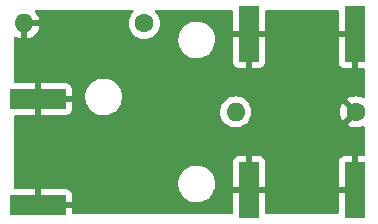
<source format=gbl>
%TF.GenerationSoftware,KiCad,Pcbnew,(6.0.0-0)*%
%TF.CreationDate,2022-04-29T16:53:49+10:00*%
%TF.ProjectId,kicad practice,6b696361-6420-4707-9261-63746963652e,rev?*%
%TF.SameCoordinates,Original*%
%TF.FileFunction,Copper,L2,Bot*%
%TF.FilePolarity,Positive*%
%FSLAX46Y46*%
G04 Gerber Fmt 4.6, Leading zero omitted, Abs format (unit mm)*
G04 Created by KiCad (PCBNEW (6.0.0-0)) date 2022-04-29 16:53:49*
%MOMM*%
%LPD*%
G01*
G04 APERTURE LIST*
%TA.AperFunction,ConnectorPad*%
%ADD10R,1.670000X4.720000*%
%TD*%
%TA.AperFunction,ComponentPad*%
%ADD11C,1.600000*%
%TD*%
%TA.AperFunction,ComponentPad*%
%ADD12O,1.600000X1.600000*%
%TD*%
%TA.AperFunction,ConnectorPad*%
%ADD13R,4.720000X1.670000*%
%TD*%
%TA.AperFunction,ViaPad*%
%ADD14C,0.800000*%
%TD*%
G04 APERTURE END LIST*
D10*
%TO.P,J2,2,Ext*%
%TO.N,Earth*%
X156875000Y-95504000D03*
X147925000Y-95504000D03*
%TD*%
D11*
%TO.P,R1,1*%
%TO.N,Earth*%
X156972000Y-102108000D03*
D12*
%TO.P,R1,2*%
%TO.N,Net-(R1-Pad2)*%
X146812000Y-102108000D03*
%TD*%
D13*
%TO.P,J3,2,Ext*%
%TO.N,Earth*%
X130048000Y-109982000D03*
X130048000Y-101032000D03*
%TD*%
D11*
%TO.P,R2,1*%
%TO.N,Net-(J3-Pad1)*%
X139065000Y-94615000D03*
D12*
%TO.P,R2,2*%
%TO.N,Earth*%
X128905000Y-94615000D03*
%TD*%
D10*
%TO.P,J1,2,Ext*%
%TO.N,Earth*%
X156875000Y-108712000D03*
X147925000Y-108712000D03*
%TD*%
D14*
%TO.N,Earth*%
X137922000Y-96774000D03*
X137922000Y-98806000D03*
X135890000Y-106680000D03*
X149860000Y-105918000D03*
X134874000Y-106680000D03*
X145796000Y-104902000D03*
X140208000Y-96774000D03*
X137922000Y-104140000D03*
X145796000Y-99314000D03*
X137922000Y-103124000D03*
X133858000Y-106680000D03*
X140208000Y-97790000D03*
X150876000Y-105918000D03*
X139700000Y-106172000D03*
X140208000Y-98806000D03*
X150876000Y-98298000D03*
X137922000Y-106680000D03*
X136906000Y-106680000D03*
X133858000Y-104140000D03*
X134874000Y-104140000D03*
X136906000Y-104140000D03*
X149860000Y-98298000D03*
X135890000Y-104140000D03*
X137922000Y-97790000D03*
X138938000Y-106680000D03*
%TD*%
%TA.AperFunction,Conductor*%
%TO.N,Earth*%
G36*
X138121433Y-93492002D02*
G01*
X138167926Y-93545658D01*
X138178030Y-93615932D01*
X138148536Y-93680512D01*
X138142407Y-93687095D01*
X138058802Y-93770700D01*
X137927477Y-93958251D01*
X137925154Y-93963233D01*
X137925151Y-93963238D01*
X137925034Y-93963489D01*
X137830716Y-94165757D01*
X137829294Y-94171065D01*
X137829293Y-94171067D01*
X137772881Y-94381598D01*
X137771457Y-94386913D01*
X137751502Y-94615000D01*
X137771457Y-94843087D01*
X137772881Y-94848400D01*
X137772881Y-94848402D01*
X137782031Y-94882548D01*
X137830716Y-95064243D01*
X137833039Y-95069224D01*
X137833039Y-95069225D01*
X137925151Y-95266762D01*
X137925154Y-95266767D01*
X137927477Y-95271749D01*
X138058802Y-95459300D01*
X138220700Y-95621198D01*
X138225208Y-95624355D01*
X138225211Y-95624357D01*
X138303389Y-95679098D01*
X138408251Y-95752523D01*
X138413233Y-95754846D01*
X138413238Y-95754849D01*
X138609765Y-95846490D01*
X138615757Y-95849284D01*
X138621065Y-95850706D01*
X138621067Y-95850707D01*
X138831598Y-95907119D01*
X138831600Y-95907119D01*
X138836913Y-95908543D01*
X139065000Y-95928498D01*
X139293087Y-95908543D01*
X139298400Y-95907119D01*
X139298402Y-95907119D01*
X139508933Y-95850707D01*
X139508935Y-95850706D01*
X139514243Y-95849284D01*
X139520235Y-95846490D01*
X139716762Y-95754849D01*
X139716767Y-95754846D01*
X139721749Y-95752523D01*
X139826611Y-95679098D01*
X139904789Y-95624357D01*
X139904792Y-95624355D01*
X139909300Y-95621198D01*
X140071198Y-95459300D01*
X140202523Y-95271749D01*
X140204846Y-95266767D01*
X140204849Y-95266762D01*
X140296961Y-95069225D01*
X140296961Y-95069224D01*
X140299284Y-95064243D01*
X140347970Y-94882548D01*
X140357119Y-94848402D01*
X140357119Y-94848400D01*
X140358543Y-94843087D01*
X140378498Y-94615000D01*
X140358543Y-94386913D01*
X140357119Y-94381598D01*
X140300707Y-94171067D01*
X140300706Y-94171065D01*
X140299284Y-94165757D01*
X140204966Y-93963489D01*
X140204849Y-93963238D01*
X140204846Y-93963233D01*
X140202523Y-93958251D01*
X140071198Y-93770700D01*
X139987593Y-93687095D01*
X139953567Y-93624783D01*
X139958632Y-93553968D01*
X140001179Y-93497132D01*
X140067699Y-93472321D01*
X140076688Y-93472000D01*
X146456000Y-93472000D01*
X146524121Y-93492002D01*
X146570614Y-93545658D01*
X146582000Y-93598000D01*
X146582000Y-95231885D01*
X146586475Y-95247124D01*
X146587865Y-95248329D01*
X146595548Y-95250000D01*
X149249884Y-95250000D01*
X149265123Y-95245525D01*
X149266328Y-95244135D01*
X149267999Y-95236452D01*
X149267999Y-93598000D01*
X149288001Y-93529879D01*
X149341657Y-93483386D01*
X149393999Y-93472000D01*
X155406000Y-93472000D01*
X155474121Y-93492002D01*
X155520614Y-93545658D01*
X155532000Y-93598000D01*
X155532000Y-95231885D01*
X155536475Y-95247124D01*
X155537865Y-95248329D01*
X155545548Y-95250000D01*
X157003000Y-95250000D01*
X157071121Y-95270002D01*
X157117614Y-95323658D01*
X157129000Y-95376000D01*
X157129000Y-98353884D01*
X157133475Y-98369123D01*
X157134865Y-98370328D01*
X157142548Y-98371999D01*
X157608000Y-98371999D01*
X157676121Y-98392001D01*
X157722614Y-98445657D01*
X157734000Y-98497999D01*
X157734000Y-100822328D01*
X157713998Y-100890449D01*
X157660342Y-100936942D01*
X157590068Y-100947046D01*
X157554750Y-100936523D01*
X157426053Y-100876510D01*
X157415761Y-100872764D01*
X157205312Y-100816375D01*
X157194519Y-100814472D01*
X156977475Y-100795483D01*
X156966525Y-100795483D01*
X156749481Y-100814472D01*
X156738688Y-100816375D01*
X156528239Y-100872764D01*
X156517947Y-100876510D01*
X156320489Y-100968586D01*
X156310994Y-100974069D01*
X156258952Y-101010509D01*
X156250576Y-101020988D01*
X156257644Y-101034434D01*
X157242115Y-102018905D01*
X157276141Y-102081217D01*
X157271076Y-102152032D01*
X157242115Y-102197095D01*
X156256923Y-103182287D01*
X156250493Y-103194062D01*
X156259789Y-103206077D01*
X156310994Y-103241931D01*
X156320489Y-103247414D01*
X156517947Y-103339490D01*
X156528239Y-103343236D01*
X156738688Y-103399625D01*
X156749481Y-103401528D01*
X156966525Y-103420517D01*
X156977475Y-103420517D01*
X157194519Y-103401528D01*
X157205312Y-103399625D01*
X157415761Y-103343236D01*
X157426053Y-103339490D01*
X157554750Y-103279477D01*
X157624941Y-103268816D01*
X157689754Y-103297796D01*
X157728611Y-103357215D01*
X157734000Y-103393672D01*
X157734000Y-105718000D01*
X157713998Y-105786121D01*
X157660342Y-105832614D01*
X157608000Y-105844000D01*
X157147115Y-105844000D01*
X157131876Y-105848475D01*
X157130671Y-105849865D01*
X157129000Y-105857548D01*
X157129000Y-108840000D01*
X157108998Y-108908121D01*
X157055342Y-108954614D01*
X157003000Y-108966000D01*
X155550116Y-108966000D01*
X155534877Y-108970475D01*
X155533672Y-108971865D01*
X155532001Y-108979548D01*
X155532001Y-110618000D01*
X155511999Y-110686121D01*
X155458343Y-110732614D01*
X155406001Y-110744000D01*
X149394000Y-110744000D01*
X149325879Y-110723998D01*
X149279386Y-110670342D01*
X149268000Y-110618000D01*
X149268000Y-108984115D01*
X149263525Y-108968876D01*
X149262135Y-108967671D01*
X149254452Y-108966000D01*
X146600116Y-108966000D01*
X146584877Y-108970475D01*
X146583672Y-108971865D01*
X146582001Y-108979548D01*
X146582001Y-110618000D01*
X146561999Y-110686121D01*
X146508343Y-110732614D01*
X146456001Y-110744000D01*
X133042000Y-110744000D01*
X132973879Y-110723998D01*
X132927386Y-110670342D01*
X132916000Y-110618000D01*
X132916000Y-110254115D01*
X132911525Y-110238876D01*
X132910135Y-110237671D01*
X132902452Y-110236000D01*
X129920000Y-110236000D01*
X129851879Y-110215998D01*
X129805386Y-110162342D01*
X129794000Y-110110000D01*
X129794000Y-109709885D01*
X130302000Y-109709885D01*
X130306475Y-109725124D01*
X130307865Y-109726329D01*
X130315548Y-109728000D01*
X132897884Y-109728000D01*
X132913123Y-109723525D01*
X132914328Y-109722135D01*
X132915999Y-109714452D01*
X132915999Y-109102331D01*
X132915629Y-109095510D01*
X132910105Y-109044648D01*
X132906479Y-109029396D01*
X132861324Y-108908946D01*
X132852786Y-108893351D01*
X132776285Y-108791276D01*
X132763724Y-108778715D01*
X132661649Y-108702214D01*
X132646054Y-108693676D01*
X132525606Y-108648522D01*
X132510351Y-108644895D01*
X132459486Y-108639369D01*
X132452672Y-108639000D01*
X130320115Y-108639000D01*
X130304876Y-108643475D01*
X130303671Y-108644865D01*
X130302000Y-108652548D01*
X130302000Y-109709885D01*
X129794000Y-109709885D01*
X129794000Y-108657116D01*
X129789525Y-108641877D01*
X129788135Y-108640672D01*
X129780452Y-108639001D01*
X128142000Y-108639001D01*
X128073879Y-108618999D01*
X128027386Y-108565343D01*
X128016000Y-108513001D01*
X128016000Y-108258568D01*
X141947382Y-108258568D01*
X141976208Y-108507699D01*
X141977587Y-108512573D01*
X141977588Y-108512577D01*
X142028834Y-108693676D01*
X142044494Y-108749017D01*
X142046628Y-108753592D01*
X142046630Y-108753599D01*
X142148347Y-108971731D01*
X142150484Y-108976313D01*
X142153326Y-108980494D01*
X142153326Y-108980495D01*
X142288605Y-109179552D01*
X142288608Y-109179556D01*
X142291451Y-109183739D01*
X142294928Y-109187416D01*
X142294929Y-109187417D01*
X142395238Y-109293491D01*
X142463767Y-109365959D01*
X142467793Y-109369037D01*
X142467794Y-109369038D01*
X142658981Y-109515212D01*
X142658985Y-109515215D01*
X142663001Y-109518285D01*
X142884026Y-109636797D01*
X142888807Y-109638443D01*
X142888811Y-109638445D01*
X143096287Y-109709885D01*
X143121156Y-109718448D01*
X143224689Y-109736331D01*
X143364380Y-109760460D01*
X143364386Y-109760461D01*
X143368290Y-109761135D01*
X143372251Y-109761315D01*
X143372252Y-109761315D01*
X143396931Y-109762436D01*
X143396950Y-109762436D01*
X143398350Y-109762500D01*
X143573015Y-109762500D01*
X143575523Y-109762298D01*
X143575528Y-109762298D01*
X143754944Y-109747863D01*
X143754949Y-109747862D01*
X143759985Y-109747457D01*
X143764893Y-109746252D01*
X143764896Y-109746251D01*
X143998625Y-109688841D01*
X144003539Y-109687634D01*
X144008191Y-109685659D01*
X144008195Y-109685658D01*
X144229741Y-109591617D01*
X144229742Y-109591617D01*
X144234396Y-109589641D01*
X144446615Y-109456000D01*
X144634738Y-109290147D01*
X144793924Y-109096351D01*
X144920078Y-108879596D01*
X145009955Y-108645461D01*
X145015484Y-108618999D01*
X145052902Y-108439885D01*
X146582000Y-108439885D01*
X146586475Y-108455124D01*
X146587865Y-108456329D01*
X146595548Y-108458000D01*
X147652885Y-108458000D01*
X147668124Y-108453525D01*
X147669329Y-108452135D01*
X147671000Y-108444452D01*
X147671000Y-108439885D01*
X148179000Y-108439885D01*
X148183475Y-108455124D01*
X148184865Y-108456329D01*
X148192548Y-108458000D01*
X149249884Y-108458000D01*
X149265123Y-108453525D01*
X149266328Y-108452135D01*
X149267999Y-108444452D01*
X149267999Y-108439885D01*
X155532000Y-108439885D01*
X155536475Y-108455124D01*
X155537865Y-108456329D01*
X155545548Y-108458000D01*
X156602885Y-108458000D01*
X156618124Y-108453525D01*
X156619329Y-108452135D01*
X156621000Y-108444452D01*
X156621000Y-105862116D01*
X156616525Y-105846877D01*
X156615135Y-105845672D01*
X156607452Y-105844001D01*
X155995331Y-105844001D01*
X155988510Y-105844371D01*
X155937648Y-105849895D01*
X155922396Y-105853521D01*
X155801946Y-105898676D01*
X155786351Y-105907214D01*
X155684276Y-105983715D01*
X155671715Y-105996276D01*
X155595214Y-106098351D01*
X155586676Y-106113946D01*
X155541522Y-106234394D01*
X155537895Y-106249649D01*
X155532369Y-106300514D01*
X155532000Y-106307328D01*
X155532000Y-108439885D01*
X149267999Y-108439885D01*
X149267999Y-106307331D01*
X149267629Y-106300510D01*
X149262105Y-106249648D01*
X149258479Y-106234396D01*
X149213324Y-106113946D01*
X149204786Y-106098351D01*
X149128285Y-105996276D01*
X149115724Y-105983715D01*
X149013649Y-105907214D01*
X148998054Y-105898676D01*
X148877606Y-105853522D01*
X148862351Y-105849895D01*
X148811486Y-105844369D01*
X148804672Y-105844000D01*
X148197115Y-105844000D01*
X148181876Y-105848475D01*
X148180671Y-105849865D01*
X148179000Y-105857548D01*
X148179000Y-108439885D01*
X147671000Y-108439885D01*
X147671000Y-105862116D01*
X147666525Y-105846877D01*
X147665135Y-105845672D01*
X147657452Y-105844001D01*
X147045331Y-105844001D01*
X147038510Y-105844371D01*
X146987648Y-105849895D01*
X146972396Y-105853521D01*
X146851946Y-105898676D01*
X146836351Y-105907214D01*
X146734276Y-105983715D01*
X146721715Y-105996276D01*
X146645214Y-106098351D01*
X146636676Y-106113946D01*
X146591522Y-106234394D01*
X146587895Y-106249649D01*
X146582369Y-106300514D01*
X146582000Y-106307328D01*
X146582000Y-108439885D01*
X145052902Y-108439885D01*
X145060206Y-108404921D01*
X145061241Y-108399967D01*
X145072618Y-108149432D01*
X145043792Y-107900301D01*
X145004810Y-107762539D01*
X144976884Y-107663852D01*
X144976883Y-107663850D01*
X144975506Y-107658983D01*
X144973372Y-107654408D01*
X144973370Y-107654401D01*
X144871653Y-107436269D01*
X144871651Y-107436265D01*
X144869516Y-107431687D01*
X144866674Y-107427505D01*
X144731395Y-107228448D01*
X144731392Y-107228444D01*
X144728549Y-107224261D01*
X144627925Y-107117853D01*
X144559713Y-107045721D01*
X144556233Y-107042041D01*
X144552206Y-107038962D01*
X144361019Y-106892788D01*
X144361015Y-106892785D01*
X144356999Y-106889715D01*
X144135974Y-106771203D01*
X144131193Y-106769557D01*
X144131189Y-106769555D01*
X143903633Y-106691201D01*
X143898844Y-106689552D01*
X143795311Y-106671669D01*
X143655620Y-106647540D01*
X143655614Y-106647539D01*
X143651710Y-106646865D01*
X143647749Y-106646685D01*
X143647748Y-106646685D01*
X143623069Y-106645564D01*
X143623050Y-106645564D01*
X143621650Y-106645500D01*
X143446985Y-106645500D01*
X143444477Y-106645702D01*
X143444472Y-106645702D01*
X143265056Y-106660137D01*
X143265051Y-106660138D01*
X143260015Y-106660543D01*
X143255107Y-106661748D01*
X143255104Y-106661749D01*
X143023326Y-106718680D01*
X143016461Y-106720366D01*
X143011809Y-106722341D01*
X143011805Y-106722342D01*
X142891061Y-106773595D01*
X142785604Y-106818359D01*
X142573385Y-106952000D01*
X142385262Y-107117853D01*
X142226076Y-107311649D01*
X142099922Y-107528404D01*
X142010045Y-107762539D01*
X141958759Y-108008033D01*
X141947382Y-108258568D01*
X128016000Y-108258568D01*
X128016000Y-102501000D01*
X128036002Y-102432879D01*
X128089658Y-102386386D01*
X128142000Y-102375000D01*
X129775885Y-102375000D01*
X129791124Y-102370525D01*
X129792329Y-102369135D01*
X129794000Y-102361452D01*
X129794000Y-102356884D01*
X130302000Y-102356884D01*
X130306475Y-102372123D01*
X130307865Y-102373328D01*
X130315548Y-102374999D01*
X132452669Y-102374999D01*
X132459490Y-102374629D01*
X132510352Y-102369105D01*
X132525604Y-102365479D01*
X132646054Y-102320324D01*
X132661649Y-102311786D01*
X132763724Y-102235285D01*
X132776285Y-102222724D01*
X132852786Y-102120649D01*
X132861324Y-102105054D01*
X132906478Y-101984606D01*
X132910105Y-101969351D01*
X132915631Y-101918486D01*
X132916000Y-101911672D01*
X132916000Y-101304115D01*
X132911525Y-101288876D01*
X132910135Y-101287671D01*
X132902452Y-101286000D01*
X130320115Y-101286000D01*
X130304876Y-101290475D01*
X130303671Y-101291865D01*
X130302000Y-101299548D01*
X130302000Y-102356884D01*
X129794000Y-102356884D01*
X129794000Y-100892568D01*
X134073382Y-100892568D01*
X134073963Y-100897588D01*
X134073963Y-100897592D01*
X134082762Y-100973634D01*
X134102208Y-101141699D01*
X134103587Y-101146573D01*
X134103588Y-101146577D01*
X134148167Y-101304115D01*
X134170494Y-101383017D01*
X134172628Y-101387592D01*
X134172630Y-101387599D01*
X134274347Y-101605731D01*
X134276484Y-101610313D01*
X134279326Y-101614494D01*
X134279326Y-101614495D01*
X134414605Y-101813552D01*
X134414608Y-101813556D01*
X134417451Y-101817739D01*
X134420928Y-101821416D01*
X134420929Y-101821417D01*
X134521238Y-101927491D01*
X134589767Y-101999959D01*
X134593793Y-102003037D01*
X134593794Y-102003038D01*
X134784981Y-102149212D01*
X134784985Y-102149215D01*
X134789001Y-102152285D01*
X135010026Y-102270797D01*
X135014807Y-102272443D01*
X135014811Y-102272445D01*
X135214815Y-102341312D01*
X135247156Y-102352448D01*
X135350689Y-102370331D01*
X135490380Y-102394460D01*
X135490386Y-102394461D01*
X135494290Y-102395135D01*
X135498251Y-102395315D01*
X135498252Y-102395315D01*
X135522931Y-102396436D01*
X135522950Y-102396436D01*
X135524350Y-102396500D01*
X135699015Y-102396500D01*
X135701523Y-102396298D01*
X135701528Y-102396298D01*
X135880944Y-102381863D01*
X135880949Y-102381862D01*
X135885985Y-102381457D01*
X135890893Y-102380252D01*
X135890896Y-102380251D01*
X136124625Y-102322841D01*
X136129539Y-102321634D01*
X136134191Y-102319659D01*
X136134195Y-102319658D01*
X136355741Y-102225617D01*
X136355742Y-102225617D01*
X136360396Y-102223641D01*
X136535337Y-102113475D01*
X136544031Y-102108000D01*
X145498502Y-102108000D01*
X145518457Y-102336087D01*
X145519881Y-102341400D01*
X145519881Y-102341402D01*
X145562646Y-102501000D01*
X145577716Y-102557243D01*
X145580039Y-102562224D01*
X145580039Y-102562225D01*
X145672151Y-102759762D01*
X145672154Y-102759767D01*
X145674477Y-102764749D01*
X145805802Y-102952300D01*
X145967700Y-103114198D01*
X145972208Y-103117355D01*
X145972211Y-103117357D01*
X146050389Y-103172098D01*
X146155251Y-103245523D01*
X146160233Y-103247846D01*
X146160238Y-103247849D01*
X146356765Y-103339490D01*
X146362757Y-103342284D01*
X146368065Y-103343706D01*
X146368067Y-103343707D01*
X146578598Y-103400119D01*
X146578600Y-103400119D01*
X146583913Y-103401543D01*
X146812000Y-103421498D01*
X147040087Y-103401543D01*
X147045400Y-103400119D01*
X147045402Y-103400119D01*
X147255933Y-103343707D01*
X147255935Y-103343706D01*
X147261243Y-103342284D01*
X147267235Y-103339490D01*
X147463762Y-103247849D01*
X147463767Y-103247846D01*
X147468749Y-103245523D01*
X147573611Y-103172098D01*
X147651789Y-103117357D01*
X147651792Y-103117355D01*
X147656300Y-103114198D01*
X147818198Y-102952300D01*
X147949523Y-102764749D01*
X147951846Y-102759767D01*
X147951849Y-102759762D01*
X148043961Y-102562225D01*
X148043961Y-102562224D01*
X148046284Y-102557243D01*
X148061355Y-102501000D01*
X148104119Y-102341402D01*
X148104119Y-102341400D01*
X148105543Y-102336087D01*
X148125019Y-102113475D01*
X155659483Y-102113475D01*
X155678472Y-102330519D01*
X155680375Y-102341312D01*
X155736764Y-102551761D01*
X155740510Y-102562053D01*
X155832586Y-102759511D01*
X155838069Y-102769006D01*
X155874509Y-102821048D01*
X155884988Y-102829424D01*
X155898434Y-102822356D01*
X156599978Y-102120812D01*
X156607592Y-102106868D01*
X156607461Y-102105035D01*
X156603210Y-102098420D01*
X155897713Y-101392923D01*
X155885938Y-101386493D01*
X155873923Y-101395789D01*
X155838069Y-101446994D01*
X155832586Y-101456489D01*
X155740510Y-101653947D01*
X155736764Y-101664239D01*
X155680375Y-101874688D01*
X155678472Y-101885481D01*
X155659483Y-102102525D01*
X155659483Y-102113475D01*
X148125019Y-102113475D01*
X148125498Y-102108000D01*
X148105543Y-101879913D01*
X148089869Y-101821417D01*
X148047707Y-101664067D01*
X148047706Y-101664065D01*
X148046284Y-101658757D01*
X148043961Y-101653775D01*
X147951849Y-101456238D01*
X147951846Y-101456233D01*
X147949523Y-101451251D01*
X147843299Y-101299548D01*
X147821357Y-101268211D01*
X147821355Y-101268208D01*
X147818198Y-101263700D01*
X147656300Y-101101802D01*
X147651792Y-101098645D01*
X147651789Y-101098643D01*
X147559422Y-101033967D01*
X147468749Y-100970477D01*
X147463767Y-100968154D01*
X147463762Y-100968151D01*
X147266225Y-100876039D01*
X147266224Y-100876039D01*
X147261243Y-100873716D01*
X147255935Y-100872294D01*
X147255933Y-100872293D01*
X147045402Y-100815881D01*
X147045400Y-100815881D01*
X147040087Y-100814457D01*
X146812000Y-100794502D01*
X146583913Y-100814457D01*
X146578600Y-100815881D01*
X146578598Y-100815881D01*
X146368067Y-100872293D01*
X146368065Y-100872294D01*
X146362757Y-100873716D01*
X146357776Y-100876039D01*
X146357775Y-100876039D01*
X146160238Y-100968151D01*
X146160233Y-100968154D01*
X146155251Y-100970477D01*
X146064578Y-101033967D01*
X145972211Y-101098643D01*
X145972208Y-101098645D01*
X145967700Y-101101802D01*
X145805802Y-101263700D01*
X145802645Y-101268208D01*
X145802643Y-101268211D01*
X145780701Y-101299548D01*
X145674477Y-101451251D01*
X145672154Y-101456233D01*
X145672151Y-101456238D01*
X145580039Y-101653775D01*
X145577716Y-101658757D01*
X145576294Y-101664065D01*
X145576293Y-101664067D01*
X145534131Y-101821417D01*
X145518457Y-101879913D01*
X145498502Y-102108000D01*
X136544031Y-102108000D01*
X136568334Y-102092696D01*
X136568335Y-102092695D01*
X136572615Y-102090000D01*
X136760738Y-101924147D01*
X136919924Y-101730351D01*
X137046078Y-101513596D01*
X137071645Y-101446994D01*
X137134143Y-101284181D01*
X137135955Y-101279461D01*
X137138306Y-101268211D01*
X137186206Y-101038921D01*
X137187241Y-101033967D01*
X137187831Y-101020988D01*
X137193758Y-100890449D01*
X137198618Y-100783432D01*
X137197990Y-100778000D01*
X137170374Y-100539334D01*
X137169792Y-100534301D01*
X137130810Y-100396539D01*
X137102884Y-100297852D01*
X137102883Y-100297850D01*
X137101506Y-100292983D01*
X137099372Y-100288408D01*
X137099370Y-100288401D01*
X136997653Y-100070269D01*
X136997651Y-100070265D01*
X136995516Y-100065687D01*
X136922975Y-99958946D01*
X136857395Y-99862448D01*
X136857392Y-99862444D01*
X136854549Y-99858261D01*
X136753925Y-99751853D01*
X136685713Y-99679721D01*
X136682233Y-99676041D01*
X136678206Y-99672962D01*
X136487019Y-99526788D01*
X136487015Y-99526785D01*
X136482999Y-99523715D01*
X136261974Y-99405203D01*
X136257193Y-99403557D01*
X136257189Y-99403555D01*
X136029633Y-99325201D01*
X136024844Y-99323552D01*
X135921311Y-99305669D01*
X135781620Y-99281540D01*
X135781614Y-99281539D01*
X135777710Y-99280865D01*
X135773749Y-99280685D01*
X135773748Y-99280685D01*
X135749069Y-99279564D01*
X135749050Y-99279564D01*
X135747650Y-99279500D01*
X135572985Y-99279500D01*
X135570477Y-99279702D01*
X135570472Y-99279702D01*
X135391056Y-99294137D01*
X135391051Y-99294138D01*
X135386015Y-99294543D01*
X135381107Y-99295748D01*
X135381104Y-99295749D01*
X135149326Y-99352680D01*
X135142461Y-99354366D01*
X135137809Y-99356341D01*
X135137805Y-99356342D01*
X135017061Y-99407595D01*
X134911604Y-99452359D01*
X134699385Y-99586000D01*
X134511262Y-99751853D01*
X134352076Y-99945649D01*
X134225922Y-100162404D01*
X134136045Y-100396539D01*
X134084759Y-100642033D01*
X134073382Y-100892568D01*
X129794000Y-100892568D01*
X129794000Y-100759885D01*
X130302000Y-100759885D01*
X130306475Y-100775124D01*
X130307865Y-100776329D01*
X130315548Y-100778000D01*
X132897884Y-100778000D01*
X132913123Y-100773525D01*
X132914328Y-100772135D01*
X132915999Y-100764452D01*
X132915999Y-100152331D01*
X132915629Y-100145510D01*
X132910105Y-100094648D01*
X132906479Y-100079396D01*
X132861324Y-99958946D01*
X132852786Y-99943351D01*
X132776285Y-99841276D01*
X132763724Y-99828715D01*
X132661649Y-99752214D01*
X132646054Y-99743676D01*
X132525606Y-99698522D01*
X132510351Y-99694895D01*
X132459486Y-99689369D01*
X132452672Y-99689000D01*
X130320115Y-99689000D01*
X130304876Y-99693475D01*
X130303671Y-99694865D01*
X130302000Y-99702548D01*
X130302000Y-100759885D01*
X129794000Y-100759885D01*
X129794000Y-99707116D01*
X129789525Y-99691877D01*
X129788135Y-99690672D01*
X129780452Y-99689001D01*
X128142000Y-99689001D01*
X128073879Y-99668999D01*
X128027386Y-99615343D01*
X128016000Y-99563001D01*
X128016000Y-97908669D01*
X146582001Y-97908669D01*
X146582371Y-97915490D01*
X146587895Y-97966352D01*
X146591521Y-97981604D01*
X146636676Y-98102054D01*
X146645214Y-98117649D01*
X146721715Y-98219724D01*
X146734276Y-98232285D01*
X146836351Y-98308786D01*
X146851946Y-98317324D01*
X146972394Y-98362478D01*
X146987649Y-98366105D01*
X147038514Y-98371631D01*
X147045328Y-98372000D01*
X147652885Y-98372000D01*
X147668124Y-98367525D01*
X147669329Y-98366135D01*
X147671000Y-98358452D01*
X147671000Y-98353884D01*
X148179000Y-98353884D01*
X148183475Y-98369123D01*
X148184865Y-98370328D01*
X148192548Y-98371999D01*
X148804669Y-98371999D01*
X148811490Y-98371629D01*
X148862352Y-98366105D01*
X148877604Y-98362479D01*
X148998054Y-98317324D01*
X149013649Y-98308786D01*
X149115724Y-98232285D01*
X149128285Y-98219724D01*
X149204786Y-98117649D01*
X149213324Y-98102054D01*
X149258478Y-97981606D01*
X149262105Y-97966351D01*
X149267631Y-97915486D01*
X149268000Y-97908672D01*
X149268000Y-97908669D01*
X155532001Y-97908669D01*
X155532371Y-97915490D01*
X155537895Y-97966352D01*
X155541521Y-97981604D01*
X155586676Y-98102054D01*
X155595214Y-98117649D01*
X155671715Y-98219724D01*
X155684276Y-98232285D01*
X155786351Y-98308786D01*
X155801946Y-98317324D01*
X155922394Y-98362478D01*
X155937649Y-98366105D01*
X155988514Y-98371631D01*
X155995328Y-98372000D01*
X156602885Y-98372000D01*
X156618124Y-98367525D01*
X156619329Y-98366135D01*
X156621000Y-98358452D01*
X156621000Y-95776115D01*
X156616525Y-95760876D01*
X156615135Y-95759671D01*
X156607452Y-95758000D01*
X155550116Y-95758000D01*
X155534877Y-95762475D01*
X155533672Y-95763865D01*
X155532001Y-95771548D01*
X155532001Y-97908669D01*
X149268000Y-97908669D01*
X149268000Y-95776115D01*
X149263525Y-95760876D01*
X149262135Y-95759671D01*
X149254452Y-95758000D01*
X148197115Y-95758000D01*
X148181876Y-95762475D01*
X148180671Y-95763865D01*
X148179000Y-95771548D01*
X148179000Y-98353884D01*
X147671000Y-98353884D01*
X147671000Y-95776115D01*
X147666525Y-95760876D01*
X147665135Y-95759671D01*
X147657452Y-95758000D01*
X146600116Y-95758000D01*
X146584877Y-95762475D01*
X146583672Y-95763865D01*
X146582001Y-95771548D01*
X146582001Y-97908669D01*
X128016000Y-97908669D01*
X128016000Y-96066568D01*
X141947382Y-96066568D01*
X141976208Y-96315699D01*
X141977587Y-96320573D01*
X141977588Y-96320577D01*
X142016526Y-96458181D01*
X142044494Y-96557017D01*
X142046628Y-96561592D01*
X142046630Y-96561599D01*
X142148347Y-96779731D01*
X142150484Y-96784313D01*
X142153326Y-96788494D01*
X142153326Y-96788495D01*
X142288605Y-96987552D01*
X142288608Y-96987556D01*
X142291451Y-96991739D01*
X142294928Y-96995416D01*
X142294929Y-96995417D01*
X142395238Y-97101491D01*
X142463767Y-97173959D01*
X142467793Y-97177037D01*
X142467794Y-97177038D01*
X142658981Y-97323212D01*
X142658985Y-97323215D01*
X142663001Y-97326285D01*
X142884026Y-97444797D01*
X142888807Y-97446443D01*
X142888811Y-97446445D01*
X143114538Y-97524169D01*
X143121156Y-97526448D01*
X143224689Y-97544331D01*
X143364380Y-97568460D01*
X143364386Y-97568461D01*
X143368290Y-97569135D01*
X143372251Y-97569315D01*
X143372252Y-97569315D01*
X143396931Y-97570436D01*
X143396950Y-97570436D01*
X143398350Y-97570500D01*
X143573015Y-97570500D01*
X143575523Y-97570298D01*
X143575528Y-97570298D01*
X143754944Y-97555863D01*
X143754949Y-97555862D01*
X143759985Y-97555457D01*
X143764893Y-97554252D01*
X143764896Y-97554251D01*
X143998625Y-97496841D01*
X144003539Y-97495634D01*
X144008191Y-97493659D01*
X144008195Y-97493658D01*
X144229741Y-97399617D01*
X144229742Y-97399617D01*
X144234396Y-97397641D01*
X144446615Y-97264000D01*
X144634738Y-97098147D01*
X144793924Y-96904351D01*
X144920078Y-96687596D01*
X145009955Y-96453461D01*
X145061241Y-96207967D01*
X145072618Y-95957432D01*
X145066797Y-95907119D01*
X145049178Y-95754849D01*
X145043792Y-95708301D01*
X145020039Y-95624357D01*
X144976884Y-95471852D01*
X144976883Y-95471850D01*
X144975506Y-95466983D01*
X144973372Y-95462408D01*
X144973370Y-95462401D01*
X144871653Y-95244269D01*
X144871651Y-95244265D01*
X144869516Y-95239687D01*
X144864214Y-95231885D01*
X144731395Y-95036448D01*
X144731392Y-95036444D01*
X144728549Y-95032261D01*
X144627925Y-94925853D01*
X144559713Y-94853721D01*
X144556233Y-94850041D01*
X144539970Y-94837607D01*
X144361019Y-94700788D01*
X144361015Y-94700785D01*
X144356999Y-94697715D01*
X144135974Y-94579203D01*
X144131193Y-94577557D01*
X144131189Y-94577555D01*
X143903633Y-94499201D01*
X143898844Y-94497552D01*
X143795311Y-94479669D01*
X143655620Y-94455540D01*
X143655614Y-94455539D01*
X143651710Y-94454865D01*
X143647749Y-94454685D01*
X143647748Y-94454685D01*
X143623069Y-94453564D01*
X143623050Y-94453564D01*
X143621650Y-94453500D01*
X143446985Y-94453500D01*
X143444477Y-94453702D01*
X143444472Y-94453702D01*
X143265056Y-94468137D01*
X143265051Y-94468138D01*
X143260015Y-94468543D01*
X143255107Y-94469748D01*
X143255104Y-94469749D01*
X143023326Y-94526680D01*
X143016461Y-94528366D01*
X143011809Y-94530341D01*
X143011805Y-94530342D01*
X142891061Y-94581595D01*
X142785604Y-94626359D01*
X142573385Y-94760000D01*
X142385262Y-94925853D01*
X142226076Y-95119649D01*
X142099922Y-95336404D01*
X142010045Y-95570539D01*
X142009012Y-95575485D01*
X142009010Y-95575491D01*
X141970282Y-95760876D01*
X141958759Y-95816033D01*
X141958530Y-95821082D01*
X141958529Y-95821088D01*
X141955125Y-95896058D01*
X141947382Y-96066568D01*
X128016000Y-96066568D01*
X128016000Y-95831332D01*
X128036002Y-95763211D01*
X128089658Y-95716718D01*
X128159932Y-95706614D01*
X128214271Y-95728119D01*
X128243994Y-95748931D01*
X128253489Y-95754414D01*
X128450947Y-95846490D01*
X128461239Y-95850236D01*
X128633503Y-95896394D01*
X128647599Y-95896058D01*
X128651000Y-95888116D01*
X128651000Y-95882967D01*
X129159000Y-95882967D01*
X129162973Y-95896498D01*
X129171522Y-95897727D01*
X129348761Y-95850236D01*
X129359053Y-95846490D01*
X129556511Y-95754414D01*
X129566007Y-95748931D01*
X129744467Y-95623972D01*
X129752875Y-95616916D01*
X129906916Y-95462875D01*
X129913972Y-95454467D01*
X130038931Y-95276007D01*
X130044414Y-95266511D01*
X130136490Y-95069053D01*
X130140236Y-95058761D01*
X130186394Y-94886497D01*
X130186058Y-94872401D01*
X130178116Y-94869000D01*
X129177115Y-94869000D01*
X129161876Y-94873475D01*
X129160671Y-94874865D01*
X129159000Y-94882548D01*
X129159000Y-95882967D01*
X128651000Y-95882967D01*
X128651000Y-94487000D01*
X128671002Y-94418879D01*
X128724658Y-94372386D01*
X128777000Y-94361000D01*
X130172967Y-94361000D01*
X130186498Y-94357027D01*
X130187727Y-94348478D01*
X130140236Y-94171239D01*
X130136490Y-94160947D01*
X130044414Y-93963489D01*
X130038931Y-93953993D01*
X129913972Y-93775533D01*
X129906916Y-93767125D01*
X129826886Y-93687095D01*
X129792860Y-93624783D01*
X129797925Y-93553968D01*
X129840472Y-93497132D01*
X129906992Y-93472321D01*
X129915981Y-93472000D01*
X138053312Y-93472000D01*
X138121433Y-93492002D01*
G37*
%TD.AperFunction*%
%TD*%
M02*

</source>
